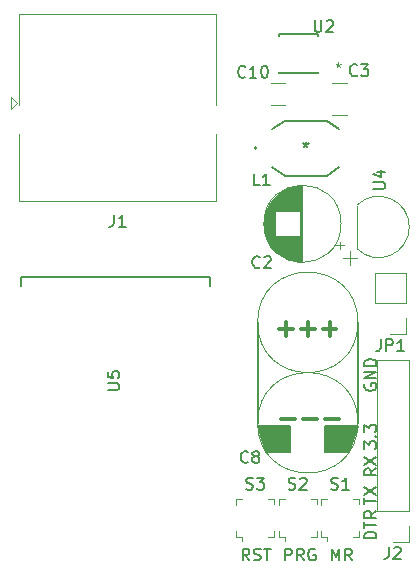
<source format=gto>
G04 #@! TF.GenerationSoftware,KiCad,Pcbnew,5.0.2-bee76a0~70~ubuntu18.04.1*
G04 #@! TF.CreationDate,2019-08-17T16:59:23+02:00*
G04 #@! TF.ProjectId,HAN_ESP_TSS721,48414e5f-4553-4505-9f54-53533732312e,rev?*
G04 #@! TF.SameCoordinates,Original*
G04 #@! TF.FileFunction,Legend,Top*
G04 #@! TF.FilePolarity,Positive*
%FSLAX46Y46*%
G04 Gerber Fmt 4.6, Leading zero omitted, Abs format (unit mm)*
G04 Created by KiCad (PCBNEW 5.0.2-bee76a0~70~ubuntu18.04.1) date Sat 17 Aug 2019 04:59:23 PM CEST*
%MOMM*%
%LPD*%
G01*
G04 APERTURE LIST*
%ADD10C,0.300000*%
%ADD11C,0.150000*%
%ADD12C,0.120000*%
%ADD13C,0.152400*%
%ADD14C,0.100000*%
%ADD15C,0.050000*%
G04 APERTURE END LIST*
D10*
X57171428Y-102707142D02*
X58314285Y-102707142D01*
X59028571Y-102707142D02*
X60171428Y-102707142D01*
X60885714Y-102707142D02*
X62028571Y-102707142D01*
X56971428Y-95107142D02*
X58114285Y-95107142D01*
X57542857Y-95678571D02*
X57542857Y-94535714D01*
X58828571Y-95107142D02*
X59971428Y-95107142D01*
X59400000Y-95678571D02*
X59400000Y-94535714D01*
X60685714Y-95107142D02*
X61828571Y-95107142D01*
X61257142Y-95678571D02*
X61257142Y-94535714D01*
D11*
X54452380Y-114702380D02*
X54119047Y-114226190D01*
X53880952Y-114702380D02*
X53880952Y-113702380D01*
X54261904Y-113702380D01*
X54357142Y-113750000D01*
X54404761Y-113797619D01*
X54452380Y-113892857D01*
X54452380Y-114035714D01*
X54404761Y-114130952D01*
X54357142Y-114178571D01*
X54261904Y-114226190D01*
X53880952Y-114226190D01*
X54833333Y-114654761D02*
X54976190Y-114702380D01*
X55214285Y-114702380D01*
X55309523Y-114654761D01*
X55357142Y-114607142D01*
X55404761Y-114511904D01*
X55404761Y-114416666D01*
X55357142Y-114321428D01*
X55309523Y-114273809D01*
X55214285Y-114226190D01*
X55023809Y-114178571D01*
X54928571Y-114130952D01*
X54880952Y-114083333D01*
X54833333Y-113988095D01*
X54833333Y-113892857D01*
X54880952Y-113797619D01*
X54928571Y-113750000D01*
X55023809Y-113702380D01*
X55261904Y-113702380D01*
X55404761Y-113750000D01*
X55690476Y-113702380D02*
X56261904Y-113702380D01*
X55976190Y-114702380D02*
X55976190Y-113702380D01*
X57488095Y-114702380D02*
X57488095Y-113702380D01*
X57869047Y-113702380D01*
X57964285Y-113750000D01*
X58011904Y-113797619D01*
X58059523Y-113892857D01*
X58059523Y-114035714D01*
X58011904Y-114130952D01*
X57964285Y-114178571D01*
X57869047Y-114226190D01*
X57488095Y-114226190D01*
X59059523Y-114702380D02*
X58726190Y-114226190D01*
X58488095Y-114702380D02*
X58488095Y-113702380D01*
X58869047Y-113702380D01*
X58964285Y-113750000D01*
X59011904Y-113797619D01*
X59059523Y-113892857D01*
X59059523Y-114035714D01*
X59011904Y-114130952D01*
X58964285Y-114178571D01*
X58869047Y-114226190D01*
X58488095Y-114226190D01*
X60011904Y-113750000D02*
X59916666Y-113702380D01*
X59773809Y-113702380D01*
X59630952Y-113750000D01*
X59535714Y-113845238D01*
X59488095Y-113940476D01*
X59440476Y-114130952D01*
X59440476Y-114273809D01*
X59488095Y-114464285D01*
X59535714Y-114559523D01*
X59630952Y-114654761D01*
X59773809Y-114702380D01*
X59869047Y-114702380D01*
X60011904Y-114654761D01*
X60059523Y-114607142D01*
X60059523Y-114273809D01*
X59869047Y-114273809D01*
X61416666Y-114702380D02*
X61416666Y-113702380D01*
X61750000Y-114416666D01*
X62083333Y-113702380D01*
X62083333Y-114702380D01*
X63130952Y-114702380D02*
X62797619Y-114226190D01*
X62559523Y-114702380D02*
X62559523Y-113702380D01*
X62940476Y-113702380D01*
X63035714Y-113750000D01*
X63083333Y-113797619D01*
X63130952Y-113892857D01*
X63130952Y-114035714D01*
X63083333Y-114130952D01*
X63035714Y-114178571D01*
X62940476Y-114226190D01*
X62559523Y-114226190D01*
X64250000Y-99761904D02*
X64202380Y-99857142D01*
X64202380Y-100000000D01*
X64250000Y-100142857D01*
X64345238Y-100238095D01*
X64440476Y-100285714D01*
X64630952Y-100333333D01*
X64773809Y-100333333D01*
X64964285Y-100285714D01*
X65059523Y-100238095D01*
X65154761Y-100142857D01*
X65202380Y-100000000D01*
X65202380Y-99904761D01*
X65154761Y-99761904D01*
X65107142Y-99714285D01*
X64773809Y-99714285D01*
X64773809Y-99904761D01*
X65202380Y-99285714D02*
X64202380Y-99285714D01*
X65202380Y-98714285D01*
X64202380Y-98714285D01*
X65202380Y-98238095D02*
X64202380Y-98238095D01*
X64202380Y-98000000D01*
X64250000Y-97857142D01*
X64345238Y-97761904D01*
X64440476Y-97714285D01*
X64630952Y-97666666D01*
X64773809Y-97666666D01*
X64964285Y-97714285D01*
X65059523Y-97761904D01*
X65154761Y-97857142D01*
X65202380Y-98000000D01*
X65202380Y-98238095D01*
X65202380Y-112842857D02*
X64202380Y-112842857D01*
X64202380Y-112604761D01*
X64250000Y-112461904D01*
X64345238Y-112366666D01*
X64440476Y-112319047D01*
X64630952Y-112271428D01*
X64773809Y-112271428D01*
X64964285Y-112319047D01*
X65059523Y-112366666D01*
X65154761Y-112461904D01*
X65202380Y-112604761D01*
X65202380Y-112842857D01*
X64202380Y-111985714D02*
X64202380Y-111414285D01*
X65202380Y-111700000D02*
X64202380Y-111700000D01*
X65202380Y-110509523D02*
X64726190Y-110842857D01*
X65202380Y-111080952D02*
X64202380Y-111080952D01*
X64202380Y-110700000D01*
X64250000Y-110604761D01*
X64297619Y-110557142D01*
X64392857Y-110509523D01*
X64535714Y-110509523D01*
X64630952Y-110557142D01*
X64678571Y-110604761D01*
X64726190Y-110700000D01*
X64726190Y-111080952D01*
X64202380Y-105247619D02*
X64202380Y-104628571D01*
X64583333Y-104961904D01*
X64583333Y-104819047D01*
X64630952Y-104723809D01*
X64678571Y-104676190D01*
X64773809Y-104628571D01*
X65011904Y-104628571D01*
X65107142Y-104676190D01*
X65154761Y-104723809D01*
X65202380Y-104819047D01*
X65202380Y-105104761D01*
X65154761Y-105200000D01*
X65107142Y-105247619D01*
X65107142Y-104200000D02*
X65154761Y-104152380D01*
X65202380Y-104200000D01*
X65154761Y-104247619D01*
X65107142Y-104200000D01*
X65202380Y-104200000D01*
X64202380Y-103819047D02*
X64202380Y-103200000D01*
X64583333Y-103533333D01*
X64583333Y-103390476D01*
X64630952Y-103295238D01*
X64678571Y-103247619D01*
X64773809Y-103200000D01*
X65011904Y-103200000D01*
X65107142Y-103247619D01*
X65154761Y-103295238D01*
X65202380Y-103390476D01*
X65202380Y-103676190D01*
X65154761Y-103771428D01*
X65107142Y-103819047D01*
X64202380Y-109961904D02*
X64202380Y-109390476D01*
X65202380Y-109676190D02*
X64202380Y-109676190D01*
X64202380Y-109152380D02*
X65202380Y-108485714D01*
X64202380Y-108485714D02*
X65202380Y-109152380D01*
X65202380Y-106916666D02*
X64726190Y-107250000D01*
X65202380Y-107488095D02*
X64202380Y-107488095D01*
X64202380Y-107107142D01*
X64250000Y-107011904D01*
X64297619Y-106964285D01*
X64392857Y-106916666D01*
X64535714Y-106916666D01*
X64630952Y-106964285D01*
X64678571Y-107011904D01*
X64726190Y-107107142D01*
X64726190Y-107488095D01*
X64202380Y-106583333D02*
X65202380Y-105916666D01*
X64202380Y-105916666D02*
X65202380Y-106583333D01*
G04 #@! TO.C,C8*
X55150000Y-103050000D02*
X55150000Y-94550000D01*
X63650000Y-94550000D02*
X63650000Y-103050000D01*
G36*
X57900000Y-103300000D02*
X57900000Y-105550000D01*
X55900000Y-105550000D01*
X55150000Y-103300000D01*
X57900000Y-103300000D01*
G37*
X57900000Y-103300000D02*
X57900000Y-105550000D01*
X55900000Y-105550000D01*
X55150000Y-103300000D01*
X57900000Y-103300000D01*
G36*
X62900000Y-105550000D02*
X60900000Y-105550000D01*
X60900000Y-103300000D01*
X63650000Y-103300000D01*
X62900000Y-105550000D01*
G37*
X62900000Y-105550000D02*
X60900000Y-105550000D01*
X60900000Y-103300000D01*
X63650000Y-103300000D01*
X62900000Y-105550000D01*
D12*
X63650000Y-103050000D02*
G75*
G03X63650000Y-103050000I-4250000J0D01*
G01*
X63650000Y-94550000D02*
G75*
G03X63650000Y-94550000I-4250000J0D01*
G01*
X62975000Y-88482918D02*
X62975000Y-89732918D01*
X63600000Y-89107918D02*
X62350000Y-89107918D01*
G04 #@! TO.C,J2*
X67930000Y-113130000D02*
X66600000Y-113130000D01*
X67930000Y-111800000D02*
X67930000Y-113130000D01*
X67930000Y-110530000D02*
X65270000Y-110530000D01*
X65270000Y-110530000D02*
X65270000Y-97770000D01*
X67930000Y-110530000D02*
X67930000Y-97770000D01*
X67930000Y-97770000D02*
X65270000Y-97770000D01*
D13*
G04 #@! TO.C,U5*
X51116000Y-91441000D02*
X51116000Y-90679000D01*
X51116000Y-90679000D02*
X35114000Y-90679000D01*
X35114000Y-90679000D02*
X35114000Y-91441000D01*
G04 #@! TO.C,U2*
X60276400Y-73476400D02*
X60276400Y-73324000D01*
X56923600Y-73476400D02*
X60276400Y-73476400D01*
X56923600Y-70123600D02*
X56923600Y-70276000D01*
X60276400Y-70123600D02*
X56923600Y-70123600D01*
X60276400Y-70276000D02*
X60276400Y-70123600D01*
X56923600Y-73324000D02*
X56923600Y-73476400D01*
D12*
G04 #@! TO.C,JP1*
X67730000Y-90330000D02*
X65070000Y-90330000D01*
X67730000Y-92930000D02*
X67730000Y-90330000D01*
X65070000Y-92930000D02*
X65070000Y-90330000D01*
X67730000Y-92930000D02*
X65070000Y-92930000D01*
X67730000Y-94200000D02*
X67730000Y-95530000D01*
X67730000Y-95530000D02*
X66400000Y-95530000D01*
G04 #@! TO.C,C2*
X62220000Y-86200000D02*
G75*
G03X62220000Y-86200000I-3270000J0D01*
G01*
X58950000Y-89430000D02*
X58950000Y-82970000D01*
X58910000Y-89430000D02*
X58910000Y-82970000D01*
X58870000Y-89430000D02*
X58870000Y-82970000D01*
X58830000Y-89428000D02*
X58830000Y-82972000D01*
X58790000Y-89427000D02*
X58790000Y-82973000D01*
X58750000Y-89424000D02*
X58750000Y-82976000D01*
X58710000Y-89422000D02*
X58710000Y-87240000D01*
X58710000Y-85160000D02*
X58710000Y-82978000D01*
X58670000Y-89418000D02*
X58670000Y-87240000D01*
X58670000Y-85160000D02*
X58670000Y-82982000D01*
X58630000Y-89415000D02*
X58630000Y-87240000D01*
X58630000Y-85160000D02*
X58630000Y-82985000D01*
X58590000Y-89411000D02*
X58590000Y-87240000D01*
X58590000Y-85160000D02*
X58590000Y-82989000D01*
X58550000Y-89406000D02*
X58550000Y-87240000D01*
X58550000Y-85160000D02*
X58550000Y-82994000D01*
X58510000Y-89401000D02*
X58510000Y-87240000D01*
X58510000Y-85160000D02*
X58510000Y-82999000D01*
X58470000Y-89395000D02*
X58470000Y-87240000D01*
X58470000Y-85160000D02*
X58470000Y-83005000D01*
X58430000Y-89389000D02*
X58430000Y-87240000D01*
X58430000Y-85160000D02*
X58430000Y-83011000D01*
X58390000Y-89382000D02*
X58390000Y-87240000D01*
X58390000Y-85160000D02*
X58390000Y-83018000D01*
X58350000Y-89375000D02*
X58350000Y-87240000D01*
X58350000Y-85160000D02*
X58350000Y-83025000D01*
X58310000Y-89367000D02*
X58310000Y-87240000D01*
X58310000Y-85160000D02*
X58310000Y-83033000D01*
X58270000Y-89359000D02*
X58270000Y-87240000D01*
X58270000Y-85160000D02*
X58270000Y-83041000D01*
X58229000Y-89350000D02*
X58229000Y-87240000D01*
X58229000Y-85160000D02*
X58229000Y-83050000D01*
X58189000Y-89341000D02*
X58189000Y-87240000D01*
X58189000Y-85160000D02*
X58189000Y-83059000D01*
X58149000Y-89331000D02*
X58149000Y-87240000D01*
X58149000Y-85160000D02*
X58149000Y-83069000D01*
X58109000Y-89321000D02*
X58109000Y-87240000D01*
X58109000Y-85160000D02*
X58109000Y-83079000D01*
X58069000Y-89310000D02*
X58069000Y-87240000D01*
X58069000Y-85160000D02*
X58069000Y-83090000D01*
X58029000Y-89298000D02*
X58029000Y-87240000D01*
X58029000Y-85160000D02*
X58029000Y-83102000D01*
X57989000Y-89286000D02*
X57989000Y-87240000D01*
X57989000Y-85160000D02*
X57989000Y-83114000D01*
X57949000Y-89274000D02*
X57949000Y-87240000D01*
X57949000Y-85160000D02*
X57949000Y-83126000D01*
X57909000Y-89261000D02*
X57909000Y-87240000D01*
X57909000Y-85160000D02*
X57909000Y-83139000D01*
X57869000Y-89247000D02*
X57869000Y-87240000D01*
X57869000Y-85160000D02*
X57869000Y-83153000D01*
X57829000Y-89233000D02*
X57829000Y-87240000D01*
X57829000Y-85160000D02*
X57829000Y-83167000D01*
X57789000Y-89218000D02*
X57789000Y-87240000D01*
X57789000Y-85160000D02*
X57789000Y-83182000D01*
X57749000Y-89202000D02*
X57749000Y-87240000D01*
X57749000Y-85160000D02*
X57749000Y-83198000D01*
X57709000Y-89186000D02*
X57709000Y-87240000D01*
X57709000Y-85160000D02*
X57709000Y-83214000D01*
X57669000Y-89170000D02*
X57669000Y-87240000D01*
X57669000Y-85160000D02*
X57669000Y-83230000D01*
X57629000Y-89152000D02*
X57629000Y-87240000D01*
X57629000Y-85160000D02*
X57629000Y-83248000D01*
X57589000Y-89134000D02*
X57589000Y-87240000D01*
X57589000Y-85160000D02*
X57589000Y-83266000D01*
X57549000Y-89116000D02*
X57549000Y-87240000D01*
X57549000Y-85160000D02*
X57549000Y-83284000D01*
X57509000Y-89096000D02*
X57509000Y-87240000D01*
X57509000Y-85160000D02*
X57509000Y-83304000D01*
X57469000Y-89076000D02*
X57469000Y-87240000D01*
X57469000Y-85160000D02*
X57469000Y-83324000D01*
X57429000Y-89056000D02*
X57429000Y-87240000D01*
X57429000Y-85160000D02*
X57429000Y-83344000D01*
X57389000Y-89034000D02*
X57389000Y-87240000D01*
X57389000Y-85160000D02*
X57389000Y-83366000D01*
X57349000Y-89012000D02*
X57349000Y-87240000D01*
X57349000Y-85160000D02*
X57349000Y-83388000D01*
X57309000Y-88990000D02*
X57309000Y-87240000D01*
X57309000Y-85160000D02*
X57309000Y-83410000D01*
X57269000Y-88966000D02*
X57269000Y-87240000D01*
X57269000Y-85160000D02*
X57269000Y-83434000D01*
X57229000Y-88942000D02*
X57229000Y-87240000D01*
X57229000Y-85160000D02*
X57229000Y-83458000D01*
X57189000Y-88916000D02*
X57189000Y-87240000D01*
X57189000Y-85160000D02*
X57189000Y-83484000D01*
X57149000Y-88890000D02*
X57149000Y-87240000D01*
X57149000Y-85160000D02*
X57149000Y-83510000D01*
X57109000Y-88864000D02*
X57109000Y-87240000D01*
X57109000Y-85160000D02*
X57109000Y-83536000D01*
X57069000Y-88836000D02*
X57069000Y-87240000D01*
X57069000Y-85160000D02*
X57069000Y-83564000D01*
X57029000Y-88807000D02*
X57029000Y-87240000D01*
X57029000Y-85160000D02*
X57029000Y-83593000D01*
X56989000Y-88778000D02*
X56989000Y-87240000D01*
X56989000Y-85160000D02*
X56989000Y-83622000D01*
X56949000Y-88748000D02*
X56949000Y-87240000D01*
X56949000Y-85160000D02*
X56949000Y-83652000D01*
X56909000Y-88716000D02*
X56909000Y-87240000D01*
X56909000Y-85160000D02*
X56909000Y-83684000D01*
X56869000Y-88684000D02*
X56869000Y-87240000D01*
X56869000Y-85160000D02*
X56869000Y-83716000D01*
X56829000Y-88650000D02*
X56829000Y-87240000D01*
X56829000Y-85160000D02*
X56829000Y-83750000D01*
X56789000Y-88616000D02*
X56789000Y-87240000D01*
X56789000Y-85160000D02*
X56789000Y-83784000D01*
X56749000Y-88580000D02*
X56749000Y-87240000D01*
X56749000Y-85160000D02*
X56749000Y-83820000D01*
X56709000Y-88543000D02*
X56709000Y-87240000D01*
X56709000Y-85160000D02*
X56709000Y-83857000D01*
X56669000Y-88505000D02*
X56669000Y-87240000D01*
X56669000Y-85160000D02*
X56669000Y-83895000D01*
X56629000Y-88465000D02*
X56629000Y-83935000D01*
X56589000Y-88424000D02*
X56589000Y-83976000D01*
X56549000Y-88382000D02*
X56549000Y-84018000D01*
X56509000Y-88337000D02*
X56509000Y-84063000D01*
X56469000Y-88292000D02*
X56469000Y-84108000D01*
X56429000Y-88244000D02*
X56429000Y-84156000D01*
X56389000Y-88195000D02*
X56389000Y-84205000D01*
X56349000Y-88144000D02*
X56349000Y-84256000D01*
X56309000Y-88090000D02*
X56309000Y-84310000D01*
X56269000Y-88034000D02*
X56269000Y-84366000D01*
X56229000Y-87976000D02*
X56229000Y-84424000D01*
X56189000Y-87914000D02*
X56189000Y-84486000D01*
X56149000Y-87850000D02*
X56149000Y-84550000D01*
X56109000Y-87781000D02*
X56109000Y-84619000D01*
X56069000Y-87709000D02*
X56069000Y-84691000D01*
X56029000Y-87632000D02*
X56029000Y-84768000D01*
X55989000Y-87550000D02*
X55989000Y-84850000D01*
X55949000Y-87462000D02*
X55949000Y-84938000D01*
X55909000Y-87365000D02*
X55909000Y-85035000D01*
X55869000Y-87259000D02*
X55869000Y-85141000D01*
X55829000Y-87140000D02*
X55829000Y-85260000D01*
X55789000Y-87002000D02*
X55789000Y-85398000D01*
X55749000Y-86833000D02*
X55749000Y-85567000D01*
X55709000Y-86602000D02*
X55709000Y-85798000D01*
X62450241Y-88039000D02*
X61820241Y-88039000D01*
X62135241Y-88354000D02*
X62135241Y-87724000D01*
G04 #@! TO.C,C3*
X62689564Y-76960000D02*
X61485436Y-76960000D01*
X62689564Y-74240000D02*
X61485436Y-74240000D01*
G04 #@! TO.C,C10*
X56285436Y-76110000D02*
X57489564Y-76110000D01*
X56285436Y-74290000D02*
X57489564Y-74290000D01*
G04 #@! TO.C,J1*
X34990000Y-68435000D02*
X51630000Y-68435000D01*
X34990000Y-68435000D02*
X34990000Y-76140000D01*
X51630000Y-68435000D02*
X51630000Y-76140000D01*
X34990000Y-84315000D02*
X51630000Y-84315000D01*
X34990000Y-84315000D02*
X34990000Y-78640000D01*
X51630000Y-84315000D02*
X51630000Y-78640000D01*
X34750000Y-76000000D02*
X34250000Y-76500000D01*
X34250000Y-76500000D02*
X34250000Y-75500000D01*
X34250000Y-75500000D02*
X34750000Y-76000000D01*
D13*
G04 #@! TO.C,L1*
X57447050Y-77475900D02*
X61003050Y-77475900D01*
X61003050Y-77475900D02*
X62042990Y-78171860D01*
X62042990Y-81428140D02*
X61003050Y-82124100D01*
X61003050Y-82124100D02*
X57447050Y-82124100D01*
X57447050Y-82124100D02*
X56407110Y-81428140D01*
X56407110Y-78171860D02*
X57447050Y-77475900D01*
X55034050Y-79800000D02*
G75*
G03X55034050Y-79800000I-76200J0D01*
G01*
D14*
G04 #@! TO.C,S1*
X63750000Y-112700000D02*
X63250000Y-112700000D01*
X63750000Y-112700000D02*
X63750000Y-112200000D01*
X63750000Y-109500000D02*
X63750000Y-109900000D01*
X63750000Y-109500000D02*
X63250000Y-109500000D01*
X60550000Y-109500000D02*
X61050000Y-109500000D01*
X60550000Y-109500000D02*
X60550000Y-110000000D01*
X60550000Y-112700000D02*
X61050000Y-112700000D01*
X61050000Y-112700000D02*
X61050000Y-113100000D01*
X60550000Y-112700000D02*
X60550000Y-112200000D01*
G04 #@! TO.C,S2*
X60150000Y-112700000D02*
X59650000Y-112700000D01*
X60150000Y-112700000D02*
X60150000Y-112200000D01*
X60150000Y-109500000D02*
X60150000Y-109900000D01*
X60150000Y-109500000D02*
X59650000Y-109500000D01*
X56950000Y-109500000D02*
X57450000Y-109500000D01*
X56950000Y-109500000D02*
X56950000Y-110000000D01*
X56950000Y-112700000D02*
X57450000Y-112700000D01*
X57450000Y-112700000D02*
X57450000Y-113100000D01*
X56950000Y-112700000D02*
X56950000Y-112200000D01*
G04 #@! TO.C,S3*
X53350000Y-112700000D02*
X53350000Y-112200000D01*
X53850000Y-112700000D02*
X53850000Y-113100000D01*
X53350000Y-112700000D02*
X53850000Y-112700000D01*
X53350000Y-109500000D02*
X53350000Y-110000000D01*
X53350000Y-109500000D02*
X53850000Y-109500000D01*
X56550000Y-109500000D02*
X56050000Y-109500000D01*
X56550000Y-109500000D02*
X56550000Y-109900000D01*
X56550000Y-112700000D02*
X56550000Y-112200000D01*
X56550000Y-112700000D02*
X56050000Y-112700000D01*
D12*
G04 #@! TO.C,U4*
X63550000Y-84670000D02*
X63550000Y-88270000D01*
X63561522Y-84631522D02*
G75*
G02X68000000Y-86470000I1838478J-1838478D01*
G01*
X63561522Y-88308478D02*
G75*
G03X68000000Y-86470000I1838478J1838478D01*
G01*
G04 #@! TO.C,C8*
D11*
X54333333Y-106357142D02*
X54285714Y-106404761D01*
X54142857Y-106452380D01*
X54047619Y-106452380D01*
X53904761Y-106404761D01*
X53809523Y-106309523D01*
X53761904Y-106214285D01*
X53714285Y-106023809D01*
X53714285Y-105880952D01*
X53761904Y-105690476D01*
X53809523Y-105595238D01*
X53904761Y-105500000D01*
X54047619Y-105452380D01*
X54142857Y-105452380D01*
X54285714Y-105500000D01*
X54333333Y-105547619D01*
X54904761Y-105880952D02*
X54809523Y-105833333D01*
X54761904Y-105785714D01*
X54714285Y-105690476D01*
X54714285Y-105642857D01*
X54761904Y-105547619D01*
X54809523Y-105500000D01*
X54904761Y-105452380D01*
X55095238Y-105452380D01*
X55190476Y-105500000D01*
X55238095Y-105547619D01*
X55285714Y-105642857D01*
X55285714Y-105690476D01*
X55238095Y-105785714D01*
X55190476Y-105833333D01*
X55095238Y-105880952D01*
X54904761Y-105880952D01*
X54809523Y-105928571D01*
X54761904Y-105976190D01*
X54714285Y-106071428D01*
X54714285Y-106261904D01*
X54761904Y-106357142D01*
X54809523Y-106404761D01*
X54904761Y-106452380D01*
X55095238Y-106452380D01*
X55190476Y-106404761D01*
X55238095Y-106357142D01*
X55285714Y-106261904D01*
X55285714Y-106071428D01*
X55238095Y-105976190D01*
X55190476Y-105928571D01*
X55095238Y-105880952D01*
G04 #@! TO.C,J2*
X66266666Y-113582380D02*
X66266666Y-114296666D01*
X66219047Y-114439523D01*
X66123809Y-114534761D01*
X65980952Y-114582380D01*
X65885714Y-114582380D01*
X66695238Y-113677619D02*
X66742857Y-113630000D01*
X66838095Y-113582380D01*
X67076190Y-113582380D01*
X67171428Y-113630000D01*
X67219047Y-113677619D01*
X67266666Y-113772857D01*
X67266666Y-113868095D01*
X67219047Y-114010952D01*
X66647619Y-114582380D01*
X67266666Y-114582380D01*
G04 #@! TO.C,U5*
X42452380Y-100261904D02*
X43261904Y-100261904D01*
X43357142Y-100214285D01*
X43404761Y-100166666D01*
X43452380Y-100071428D01*
X43452380Y-99880952D01*
X43404761Y-99785714D01*
X43357142Y-99738095D01*
X43261904Y-99690476D01*
X42452380Y-99690476D01*
X42452380Y-98738095D02*
X42452380Y-99214285D01*
X42928571Y-99261904D01*
X42880952Y-99214285D01*
X42833333Y-99119047D01*
X42833333Y-98880952D01*
X42880952Y-98785714D01*
X42928571Y-98738095D01*
X43023809Y-98690476D01*
X43261904Y-98690476D01*
X43357142Y-98738095D01*
X43404761Y-98785714D01*
X43452380Y-98880952D01*
X43452380Y-99119047D01*
X43404761Y-99214285D01*
X43357142Y-99261904D01*
G04 #@! TO.C,U2*
X59988095Y-68952380D02*
X59988095Y-69761904D01*
X60035714Y-69857142D01*
X60083333Y-69904761D01*
X60178571Y-69952380D01*
X60369047Y-69952380D01*
X60464285Y-69904761D01*
X60511904Y-69857142D01*
X60559523Y-69761904D01*
X60559523Y-68952380D01*
X60988095Y-69047619D02*
X61035714Y-69000000D01*
X61130952Y-68952380D01*
X61369047Y-68952380D01*
X61464285Y-69000000D01*
X61511904Y-69047619D01*
X61559523Y-69142857D01*
X61559523Y-69238095D01*
X61511904Y-69380952D01*
X60940476Y-69952380D01*
X61559523Y-69952380D01*
D15*
X62000000Y-72522380D02*
X62000000Y-72760476D01*
X61761904Y-72665238D02*
X62000000Y-72760476D01*
X62238095Y-72665238D01*
X61857142Y-72950952D02*
X62000000Y-72760476D01*
X62142857Y-72950952D01*
G04 #@! TO.C,JP1*
D11*
X65566666Y-95982380D02*
X65566666Y-96696666D01*
X65519047Y-96839523D01*
X65423809Y-96934761D01*
X65280952Y-96982380D01*
X65185714Y-96982380D01*
X66042857Y-96982380D02*
X66042857Y-95982380D01*
X66423809Y-95982380D01*
X66519047Y-96030000D01*
X66566666Y-96077619D01*
X66614285Y-96172857D01*
X66614285Y-96315714D01*
X66566666Y-96410952D01*
X66519047Y-96458571D01*
X66423809Y-96506190D01*
X66042857Y-96506190D01*
X67566666Y-96982380D02*
X66995238Y-96982380D01*
X67280952Y-96982380D02*
X67280952Y-95982380D01*
X67185714Y-96125238D01*
X67090476Y-96220476D01*
X66995238Y-96268095D01*
G04 #@! TO.C,C2*
X55333333Y-89857142D02*
X55285714Y-89904761D01*
X55142857Y-89952380D01*
X55047619Y-89952380D01*
X54904761Y-89904761D01*
X54809523Y-89809523D01*
X54761904Y-89714285D01*
X54714285Y-89523809D01*
X54714285Y-89380952D01*
X54761904Y-89190476D01*
X54809523Y-89095238D01*
X54904761Y-89000000D01*
X55047619Y-88952380D01*
X55142857Y-88952380D01*
X55285714Y-89000000D01*
X55333333Y-89047619D01*
X55714285Y-89047619D02*
X55761904Y-89000000D01*
X55857142Y-88952380D01*
X56095238Y-88952380D01*
X56190476Y-89000000D01*
X56238095Y-89047619D01*
X56285714Y-89142857D01*
X56285714Y-89238095D01*
X56238095Y-89380952D01*
X55666666Y-89952380D01*
X56285714Y-89952380D01*
G04 #@! TO.C,C3*
X63583333Y-73607142D02*
X63535714Y-73654761D01*
X63392857Y-73702380D01*
X63297619Y-73702380D01*
X63154761Y-73654761D01*
X63059523Y-73559523D01*
X63011904Y-73464285D01*
X62964285Y-73273809D01*
X62964285Y-73130952D01*
X63011904Y-72940476D01*
X63059523Y-72845238D01*
X63154761Y-72750000D01*
X63297619Y-72702380D01*
X63392857Y-72702380D01*
X63535714Y-72750000D01*
X63583333Y-72797619D01*
X63916666Y-72702380D02*
X64535714Y-72702380D01*
X64202380Y-73083333D01*
X64345238Y-73083333D01*
X64440476Y-73130952D01*
X64488095Y-73178571D01*
X64535714Y-73273809D01*
X64535714Y-73511904D01*
X64488095Y-73607142D01*
X64440476Y-73654761D01*
X64345238Y-73702380D01*
X64059523Y-73702380D01*
X63964285Y-73654761D01*
X63916666Y-73607142D01*
G04 #@! TO.C,C10*
X54107142Y-73737142D02*
X54059523Y-73784761D01*
X53916666Y-73832380D01*
X53821428Y-73832380D01*
X53678571Y-73784761D01*
X53583333Y-73689523D01*
X53535714Y-73594285D01*
X53488095Y-73403809D01*
X53488095Y-73260952D01*
X53535714Y-73070476D01*
X53583333Y-72975238D01*
X53678571Y-72880000D01*
X53821428Y-72832380D01*
X53916666Y-72832380D01*
X54059523Y-72880000D01*
X54107142Y-72927619D01*
X55059523Y-73832380D02*
X54488095Y-73832380D01*
X54773809Y-73832380D02*
X54773809Y-72832380D01*
X54678571Y-72975238D01*
X54583333Y-73070476D01*
X54488095Y-73118095D01*
X55678571Y-72832380D02*
X55773809Y-72832380D01*
X55869047Y-72880000D01*
X55916666Y-72927619D01*
X55964285Y-73022857D01*
X56011904Y-73213333D01*
X56011904Y-73451428D01*
X55964285Y-73641904D01*
X55916666Y-73737142D01*
X55869047Y-73784761D01*
X55773809Y-73832380D01*
X55678571Y-73832380D01*
X55583333Y-73784761D01*
X55535714Y-73737142D01*
X55488095Y-73641904D01*
X55440476Y-73451428D01*
X55440476Y-73213333D01*
X55488095Y-73022857D01*
X55535714Y-72927619D01*
X55583333Y-72880000D01*
X55678571Y-72832380D01*
G04 #@! TO.C,J1*
X42976666Y-85452380D02*
X42976666Y-86166666D01*
X42929047Y-86309523D01*
X42833809Y-86404761D01*
X42690952Y-86452380D01*
X42595714Y-86452380D01*
X43976666Y-86452380D02*
X43405238Y-86452380D01*
X43690952Y-86452380D02*
X43690952Y-85452380D01*
X43595714Y-85595238D01*
X43500476Y-85690476D01*
X43405238Y-85738095D01*
G04 #@! TO.C,L1*
X55333333Y-82952380D02*
X54857142Y-82952380D01*
X54857142Y-81952380D01*
X56190476Y-82952380D02*
X55619047Y-82952380D01*
X55904761Y-82952380D02*
X55904761Y-81952380D01*
X55809523Y-82095238D01*
X55714285Y-82190476D01*
X55619047Y-82238095D01*
X59225050Y-79252380D02*
X59225050Y-79490476D01*
X58986954Y-79395238D02*
X59225050Y-79490476D01*
X59463145Y-79395238D01*
X59082192Y-79680952D02*
X59225050Y-79490476D01*
X59367907Y-79680952D01*
G04 #@! TO.C,S1*
X61388095Y-108654761D02*
X61530952Y-108702380D01*
X61769047Y-108702380D01*
X61864285Y-108654761D01*
X61911904Y-108607142D01*
X61959523Y-108511904D01*
X61959523Y-108416666D01*
X61911904Y-108321428D01*
X61864285Y-108273809D01*
X61769047Y-108226190D01*
X61578571Y-108178571D01*
X61483333Y-108130952D01*
X61435714Y-108083333D01*
X61388095Y-107988095D01*
X61388095Y-107892857D01*
X61435714Y-107797619D01*
X61483333Y-107750000D01*
X61578571Y-107702380D01*
X61816666Y-107702380D01*
X61959523Y-107750000D01*
X62911904Y-108702380D02*
X62340476Y-108702380D01*
X62626190Y-108702380D02*
X62626190Y-107702380D01*
X62530952Y-107845238D01*
X62435714Y-107940476D01*
X62340476Y-107988095D01*
G04 #@! TO.C,S2*
X57788095Y-108654761D02*
X57930952Y-108702380D01*
X58169047Y-108702380D01*
X58264285Y-108654761D01*
X58311904Y-108607142D01*
X58359523Y-108511904D01*
X58359523Y-108416666D01*
X58311904Y-108321428D01*
X58264285Y-108273809D01*
X58169047Y-108226190D01*
X57978571Y-108178571D01*
X57883333Y-108130952D01*
X57835714Y-108083333D01*
X57788095Y-107988095D01*
X57788095Y-107892857D01*
X57835714Y-107797619D01*
X57883333Y-107750000D01*
X57978571Y-107702380D01*
X58216666Y-107702380D01*
X58359523Y-107750000D01*
X58740476Y-107797619D02*
X58788095Y-107750000D01*
X58883333Y-107702380D01*
X59121428Y-107702380D01*
X59216666Y-107750000D01*
X59264285Y-107797619D01*
X59311904Y-107892857D01*
X59311904Y-107988095D01*
X59264285Y-108130952D01*
X58692857Y-108702380D01*
X59311904Y-108702380D01*
G04 #@! TO.C,S3*
X54188095Y-108654761D02*
X54330952Y-108702380D01*
X54569047Y-108702380D01*
X54664285Y-108654761D01*
X54711904Y-108607142D01*
X54759523Y-108511904D01*
X54759523Y-108416666D01*
X54711904Y-108321428D01*
X54664285Y-108273809D01*
X54569047Y-108226190D01*
X54378571Y-108178571D01*
X54283333Y-108130952D01*
X54235714Y-108083333D01*
X54188095Y-107988095D01*
X54188095Y-107892857D01*
X54235714Y-107797619D01*
X54283333Y-107750000D01*
X54378571Y-107702380D01*
X54616666Y-107702380D01*
X54759523Y-107750000D01*
X55092857Y-107702380D02*
X55711904Y-107702380D01*
X55378571Y-108083333D01*
X55521428Y-108083333D01*
X55616666Y-108130952D01*
X55664285Y-108178571D01*
X55711904Y-108273809D01*
X55711904Y-108511904D01*
X55664285Y-108607142D01*
X55616666Y-108654761D01*
X55521428Y-108702380D01*
X55235714Y-108702380D01*
X55140476Y-108654761D01*
X55092857Y-108607142D01*
G04 #@! TO.C,U4*
X64952380Y-83261904D02*
X65761904Y-83261904D01*
X65857142Y-83214285D01*
X65904761Y-83166666D01*
X65952380Y-83071428D01*
X65952380Y-82880952D01*
X65904761Y-82785714D01*
X65857142Y-82738095D01*
X65761904Y-82690476D01*
X64952380Y-82690476D01*
X65285714Y-81785714D02*
X65952380Y-81785714D01*
X64904761Y-82023809D02*
X65619047Y-82261904D01*
X65619047Y-81642857D01*
G04 #@! TD*
M02*

</source>
